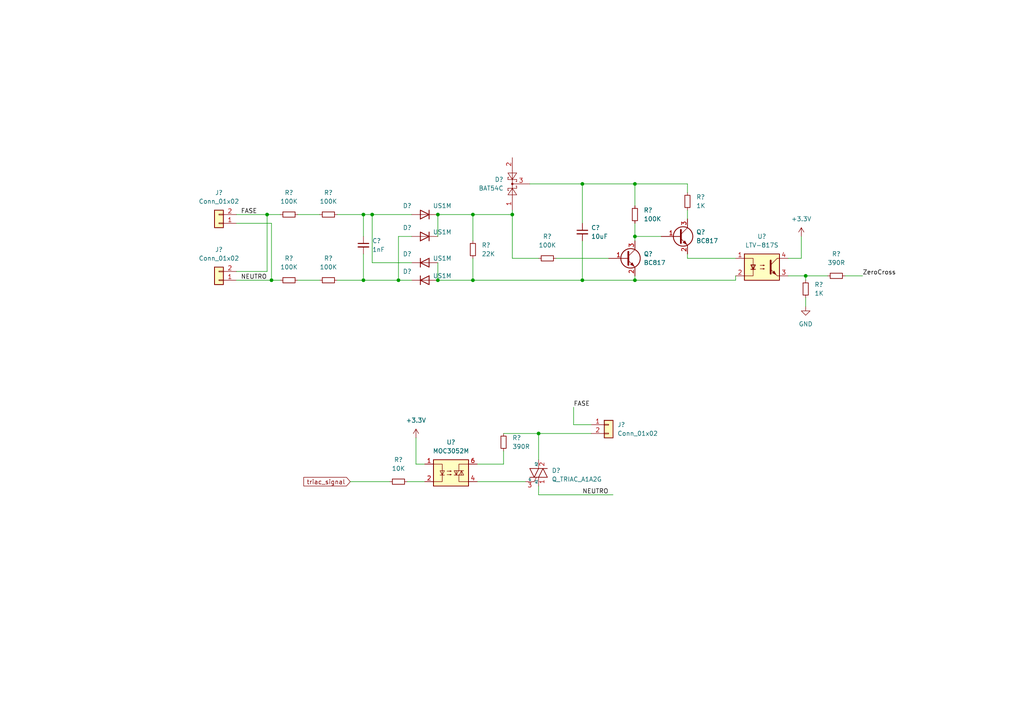
<source format=kicad_sch>
(kicad_sch (version 20211123) (generator eeschema)
  (paper "A4")
  (lib_symbols
    (symbol "Connector_Generic:Conn_01x02" (pin_names (offset 1.016) hide)
      (property "Reference" "J" (at 0 2.54 0))
      (property "Value" "Conn_01x02" (at 0 -5.08 0))
      (symbol "Conn_01x02_1_1"
        (rectangle (start -1.27 -2.413) (end 0 -2.667) (stroke (width 0.1524)))
        (rectangle (start -1.27 0.127) (end 0 -0.127) (stroke (width 0.1524)))
        (rectangle (start -1.27 1.27) (end 1.27 -3.81) (stroke (width 0.254)) (fill (type background)))
        (pin passive line (at -5.08 0 0) (length 3.81) (name "Pin_1") (number "1"))
        (pin passive line (at -5.08 -2.54 0) (length 3.81) (name "Pin_2") (number "2"))
      )
    )
    (symbol "Device:C_Small" (pin_numbers hide) (pin_names (offset 0.254) hide)
      (property "Reference" "C" (at 0.254 1.778 0))
      (property "Value" "C_Small" (at 0.254 -2.032 0))
      (symbol "C_Small_0_1"
        (polyline (pts (xy -1.524 -0.508) (xy 1.524 -0.508)) (stroke (width 0.3302)))
        (polyline (pts (xy -1.524 0.508) (xy 1.524 0.508)) (stroke (width 0.3048)))
      )
      (symbol "C_Small_1_1"
        (pin passive line (at 0 2.54 270) (length 2.032) (name "~") (number "1"))
        (pin passive line (at 0 -2.54 90) (length 2.032) (name "~") (number "2"))
      )
    )
    (symbol "Device:Q_TRIAC_A1A2G" (pin_names (offset 0))
      (property "Reference" "D" (at 3.175 0.635 0))
      (property "Value" "Q_TRIAC_A1A2G" (at 3.175 -1.27 0))
      (symbol "Q_TRIAC_A1A2G_0_1"
        (polyline (pts (xy -2.54 -1.27) (xy 2.54 -1.27)) (stroke (width 0.2032)))
        (polyline (pts (xy -2.54 1.27) (xy 2.54 1.27)) (stroke (width 0.2032)))
        (polyline (pts (xy -1.27 -2.54) (xy -0.635 -1.27)))
        (polyline (pts (xy -2.54 1.27) (xy -1.27 -1.27) (xy 0 1.27)) (stroke (width 0.2032)))
        (polyline (pts (xy 0 -1.27) (xy 1.27 1.27) (xy 2.54 -1.27)) (stroke (width 0.2032)))
      )
      (symbol "Q_TRIAC_A1A2G_1_1"
        (pin passive line (at 0 -3.81 90) (length 2.54) (name "A1") (number "1"))
        (pin passive line (at 0 3.81 270) (length 2.54) (name "A2") (number "2"))
        (pin input line (at -3.81 -2.54 0) (length 2.54) (name "G") (number "3"))
      )
    )
    (symbol "Device:R_Small" (pin_numbers hide) (pin_names (offset 0.254) hide)
      (property "Reference" "R" (at 0.762 0.508 0))
      (property "Value" "R_Small" (at 0.762 -1.016 0))
      (symbol "R_Small_0_1"
        (rectangle (start -0.762 1.778) (end 0.762 -1.778) (stroke (width 0.2032)))
      )
      (symbol "R_Small_1_1"
        (pin passive line (at 0 2.54 270) (length 0.762) (name "~") (number "1"))
        (pin passive line (at 0 -2.54 90) (length 0.762) (name "~") (number "2"))
      )
    )
    (symbol "Diode:BAT54C" (pin_names (offset 1.016))
      (property "Reference" "D" (at 0.635 -3.81 0))
      (property "Value" "BAT54C" (at -6.35 3.175 0))
      (symbol "BAT54C_0_1"
        (polyline (pts (xy -1.905 0) (xy 1.905 0)))
        (polyline (pts (xy -1.905 1.27) (xy -1.905 1.016)))
        (polyline (pts (xy -1.27 -1.27) (xy -0.635 -1.27)))
        (polyline (pts (xy -1.27 0) (xy -3.81 0)))
        (polyline (pts (xy -1.27 1.27) (xy -1.905 1.27)))
        (polyline (pts (xy -1.27 1.27) (xy -1.27 -1.27)))
        (polyline (pts (xy -0.635 -1.27) (xy -0.635 -1.016)))
        (polyline (pts (xy 0.635 -1.27) (xy 0.635 -1.016)))
        (polyline (pts (xy 1.27 -1.27) (xy 0.635 -1.27)))
        (polyline (pts (xy 1.27 1.27) (xy 1.27 -1.27)))
        (polyline (pts (xy 1.27 1.27) (xy 1.905 1.27)))
        (polyline (pts (xy 1.905 1.27) (xy 1.905 1.016)))
        (polyline (pts (xy 3.81 0) (xy 1.27 0)))
        (polyline (pts (xy -3.175 -1.27) (xy -3.175 1.27) (xy -1.27 0) (xy -3.175 -1.27)))
        (polyline (pts (xy 3.175 -1.27) (xy 3.175 1.27) (xy 1.27 0) (xy 3.175 -1.27)))
        (circle (center 0 0) (radius 0.254) (fill (type outline)))
      )
      (symbol "BAT54C_1_1"
        (pin passive line (at -7.62 0 0) (length 3.81) (name "~") (number "1"))
        (pin passive line (at 7.62 0 180) (length 3.81) (name "~") (number "2"))
        (pin passive line (at 0 -5.08 90) (length 5.08) (name "~") (number "3"))
      )
    )
    (symbol "Diode:US1M" (pin_numbers hide) (pin_names (offset 1.016) hide)
      (property "Reference" "D" (at 0 2.54 0))
      (property "Value" "US1M" (at 0 -2.54 0))
      (symbol "US1M_0_1"
        (polyline (pts (xy -1.27 1.27) (xy -1.27 -1.27)) (stroke (width 0.254)))
        (polyline (pts (xy 1.27 0) (xy -1.27 0)))
        (polyline (pts (xy 1.27 1.27) (xy 1.27 -1.27) (xy -1.27 0) (xy 1.27 1.27)) (stroke (width 0.254)))
      )
      (symbol "US1M_1_1"
        (pin passive line (at -3.81 0 0) (length 2.54) (name "K") (number "1"))
        (pin passive line (at 3.81 0 180) (length 2.54) (name "A") (number "2"))
      )
    )
    (symbol "Isolator:LTV-817S" (pin_names (offset 1.016))
      (property "Reference" "U" (at -3.81 5.08 0))
      (property "Value" "LTV-817S" (at 0 -5.08 0))
      (symbol "LTV-817S_1_1"
        (rectangle (start -5.08 3.81) (end 5.08 -3.81) (stroke (width 0.254)) (fill (type background)))
        (polyline (pts (xy -3.175 -0.635) (xy -1.905 -0.635)) (stroke (width 0.254)))
        (polyline (pts (xy 2.54 0.635) (xy 4.445 2.54)))
        (polyline (pts (xy 4.445 -2.54) (xy 2.54 -0.635)) (fill (type outline)))
        (polyline (pts (xy 4.445 -2.54) (xy 5.08 -2.54)))
        (polyline (pts (xy 4.445 2.54) (xy 5.08 2.54)))
        (polyline (pts (xy -5.08 2.54) (xy -2.54 2.54) (xy -2.54 -0.762)))
        (polyline (pts (xy -2.54 -0.635) (xy -2.54 -2.54) (xy -5.08 -2.54)))
        (polyline (pts (xy 2.54 1.905) (xy 2.54 -1.905) (xy 2.54 -1.905)) (stroke (width 0.508)))
        (polyline (pts (xy -2.54 -0.635) (xy -3.175 0.635) (xy -1.905 0.635) (xy -2.54 -0.635)) (stroke (width 0.254)))
        (polyline (pts (xy -0.508 -0.508) (xy 0.762 -0.508) (xy 0.381 -0.635) (xy 0.381 -0.381) (xy 0.762 -0.508)))
        (polyline (pts (xy -0.508 0.508) (xy 0.762 0.508) (xy 0.381 0.381) (xy 0.381 0.635) (xy 0.762 0.508)))
        (polyline (pts (xy 3.048 -1.651) (xy 3.556 -1.143) (xy 4.064 -2.159) (xy 3.048 -1.651) (xy 3.048 -1.651)) (fill (type outline)))
        (pin passive line (at -7.62 2.54 0) (length 2.54) (name "~") (number "1"))
        (pin passive line (at -7.62 -2.54 0) (length 2.54) (name "~") (number "2"))
        (pin passive line (at 7.62 -2.54 180) (length 2.54) (name "~") (number "3"))
        (pin passive line (at 7.62 2.54 180) (length 2.54) (name "~") (number "4"))
      )
    )
    (symbol "Relay_SolidState:MOC3052M"
      (property "Reference" "U" (at -5.334 4.826 0))
      (property "Value" "MOC3052M" (at 0 5.08 0))
      (symbol "MOC3052M_0_1"
        (rectangle (start -5.08 3.81) (end 5.08 -3.81) (stroke (width 0.254)) (fill (type background)))
        (polyline (pts (xy -3.175 -0.635) (xy -1.905 -0.635)))
        (polyline (pts (xy 1.524 -0.635) (xy 1.524 0.635)))
        (polyline (pts (xy 3.048 0.635) (xy 3.048 -0.635)))
        (polyline (pts (xy 2.286 -0.635) (xy 2.286 -2.54) (xy 5.08 -2.54)))
        (polyline (pts (xy 2.286 0.635) (xy 2.286 2.54) (xy 5.08 2.54)))
        (polyline (pts (xy -5.08 2.54) (xy -2.54 2.54) (xy -2.54 -2.54) (xy -5.08 -2.54)))
        (polyline (pts (xy -2.54 -0.635) (xy -3.175 0.635) (xy -1.905 0.635) (xy -2.54 -0.635)))
        (polyline (pts (xy 0.889 -0.635) (xy 3.683 -0.635) (xy 3.048 0.635) (xy 2.413 -0.635)))
        (polyline (pts (xy 3.683 0.635) (xy 0.889 0.635) (xy 1.524 -0.635) (xy 2.159 0.635)))
        (polyline (pts (xy -1.143 -0.508) (xy 0.127 -0.508) (xy -0.254 -0.635) (xy -0.254 -0.381) (xy 0.127 -0.508)))
        (polyline (pts (xy -1.143 0.508) (xy 0.127 0.508) (xy -0.254 0.381) (xy -0.254 0.635) (xy 0.127 0.508)))
      )
      (symbol "MOC3052M_1_1"
        (pin passive line (at -7.62 2.54 0) (length 2.54) (name "~") (number "1"))
        (pin passive line (at -7.62 -2.54 0) (length 2.54) (name "~") (number "2"))
        (pin no_connect line (at -5.08 0 0) (length 2.54) hide (name "NC") (number "3"))
        (pin passive line (at 7.62 -2.54 180) (length 2.54) (name "~") (number "4"))
        (pin no_connect line (at 5.08 0 180) (length 2.54) hide (name "NC") (number "5"))
        (pin passive line (at 7.62 2.54 180) (length 2.54) (name "~") (number "6"))
      )
    )
    (symbol "Transistor_BJT:BC817" (pin_names (offset 0) hide)
      (property "Reference" "Q" (at 5.08 1.905 0))
      (property "Value" "BC817" (at 5.08 0 0))
      (symbol "BC817_0_1"
        (polyline (pts (xy 0.635 0.635) (xy 2.54 2.54)))
        (polyline (pts (xy 0.635 -0.635) (xy 2.54 -2.54) (xy 2.54 -2.54)))
        (polyline (pts (xy 0.635 1.905) (xy 0.635 -1.905) (xy 0.635 -1.905)) (stroke (width 0.508)))
        (polyline (pts (xy 1.27 -1.778) (xy 1.778 -1.27) (xy 2.286 -2.286) (xy 1.27 -1.778) (xy 1.27 -1.778)) (fill (type outline)))
        (circle (center 1.27 0) (radius 2.8194) (stroke (width 0.254)))
      )
      (symbol "BC817_1_1"
        (pin input line (at -5.08 0 0) (length 5.715) (name "B") (number "1"))
        (pin passive line (at 2.54 -5.08 90) (length 2.54) (name "E") (number "2"))
        (pin passive line (at 2.54 5.08 270) (length 2.54) (name "C") (number "3"))
      )
    )
    (symbol "power:+3.3V" (power) (pin_names (offset 0))
      (property "Value" "+3.3V" (at 0 3.556 0))
      (symbol "+3.3V_0_1"
        (polyline (pts (xy -0.762 1.27) (xy 0 2.54)))
        (polyline (pts (xy 0 0) (xy 0 2.54)))
        (polyline (pts (xy 0 2.54) (xy 0.762 1.27)))
      )
      (symbol "+3.3V_1_1"
        (pin power_in line (at 0 0 90) (length 0) hide (name "+3.3V") (number "1"))
      )
    )
    (symbol "power:GND" (power) (pin_names (offset 0))
      (property "Value" "GND" (at 0 -3.81 0))
      (symbol "GND_0_1"
        (polyline (pts (xy 0 0) (xy 0 -1.27) (xy 1.27 -1.27) (xy 0 -2.54) (xy -1.27 -1.27) (xy 0 -1.27)))
      )
      (symbol "GND_1_1"
        (pin power_in line (at 0 0 270) (length 0) hide (name "GND") (number "1"))
      )
    )
  )
  (junction (at 233.68 80.01))
  (junction (at 78.74 81.28))
  (junction (at 184.15 53.34))
  (junction (at 184.15 81.28))
  (junction (at 168.91 53.34))
  (junction (at 105.41 62.23))
  (junction (at 127 81.28))
  (junction (at 115.57 81.28))
  (junction (at 168.91 81.28))
  (junction (at 137.16 62.23))
  (junction (at 184.15 68.58))
  (junction (at 127 62.23))
  (junction (at 105.41 81.28))
  (junction (at 137.16 81.28))
  (junction (at 77.47 62.23))
  (junction (at 156.21 125.73))
  (junction (at 107.95 62.23))
  (junction (at 148.59 62.23))
  (wire (pts (xy 137.16 69.85) (xy 137.16 62.23)))
  (wire (pts (xy 233.68 80.01) (xy 240.03 80.01)))
  (wire (pts (xy 101.6 139.7) (xy 113.03 139.7)))
  (wire (pts (xy 148.59 74.93) (xy 148.59 62.23)))
  (wire (pts (xy 184.15 64.77) (xy 184.15 68.58)))
  (wire (pts (xy 127 81.28) (xy 137.16 81.28)))
  (wire (pts (xy 161.29 74.93) (xy 176.53 74.93)))
  (wire (pts (xy 119.38 76.2) (xy 107.95 76.2)))
  (wire (pts (xy 156.21 125.73) (xy 171.45 125.73)))
  (wire (pts (xy 68.58 64.77) (xy 78.74 64.77)))
  (wire (pts (xy 148.59 62.23) (xy 148.59 60.96)))
  (wire (pts (xy 86.36 81.28) (xy 92.71 81.28)))
  (wire (pts (xy 105.41 73.66) (xy 105.41 81.28)))
  (wire (pts (xy 68.58 81.28) (xy 78.74 81.28)))
  (wire (pts (xy 168.91 53.34) (xy 184.15 53.34)))
  (wire (pts (xy 146.05 134.62) (xy 138.43 134.62)))
  (wire (pts (xy 156.21 74.93) (xy 148.59 74.93)))
  (wire (pts (xy 146.05 130.81) (xy 146.05 134.62)))
  (wire (pts (xy 137.16 81.28) (xy 168.91 81.28)))
  (wire (pts (xy 184.15 68.58) (xy 191.77 68.58)))
  (wire (pts (xy 97.79 81.28) (xy 105.41 81.28)))
  (wire (pts (xy 184.15 53.34) (xy 199.39 53.34)))
  (wire (pts (xy 107.95 76.2) (xy 107.95 62.23)))
  (wire (pts (xy 97.79 62.23) (xy 105.41 62.23)))
  (wire (pts (xy 168.91 53.34) (xy 168.91 64.77)))
  (wire (pts (xy 184.15 81.28) (xy 213.36 81.28)))
  (wire (pts (xy 137.16 62.23) (xy 127 62.23)))
  (wire (pts (xy 137.16 81.28) (xy 137.16 74.93)))
  (wire (pts (xy 153.67 53.34) (xy 168.91 53.34)))
  (wire (pts (xy 199.39 55.88) (xy 199.39 53.34)))
  (wire (pts (xy 68.58 62.23) (xy 77.47 62.23)))
  (wire (pts (xy 123.19 134.62) (xy 120.65 134.62)))
  (wire (pts (xy 168.91 69.85) (xy 168.91 81.28)))
  (wire (pts (xy 127 62.23) (xy 127 68.58)))
  (wire (pts (xy 233.68 86.36) (xy 233.68 88.9)))
  (wire (pts (xy 115.57 81.28) (xy 119.38 81.28)))
  (wire (pts (xy 166.37 123.19) (xy 166.37 118.11)))
  (wire (pts (xy 245.11 80.01) (xy 250.19 80.01)))
  (wire (pts (xy 228.6 80.01) (xy 233.68 80.01)))
  (wire (pts (xy 156.21 143.51) (xy 177.8 143.51)))
  (wire (pts (xy 86.36 62.23) (xy 92.71 62.23)))
  (wire (pts (xy 156.21 133.35) (xy 156.21 125.73)))
  (wire (pts (xy 232.41 74.93) (xy 228.6 74.93)))
  (wire (pts (xy 105.41 62.23) (xy 105.41 68.58)))
  (wire (pts (xy 184.15 81.28) (xy 184.15 80.01)))
  (wire (pts (xy 77.47 78.74) (xy 77.47 62.23)))
  (wire (pts (xy 78.74 64.77) (xy 78.74 81.28)))
  (wire (pts (xy 118.11 139.7) (xy 123.19 139.7)))
  (wire (pts (xy 105.41 62.23) (xy 107.95 62.23)))
  (wire (pts (xy 78.74 81.28) (xy 81.28 81.28)))
  (wire (pts (xy 168.91 81.28) (xy 184.15 81.28)))
  (wire (pts (xy 107.95 62.23) (xy 119.38 62.23)))
  (wire (pts (xy 184.15 68.58) (xy 184.15 69.85)))
  (wire (pts (xy 156.21 125.73) (xy 146.05 125.73)))
  (wire (pts (xy 233.68 80.01) (xy 233.68 81.28)))
  (wire (pts (xy 115.57 68.58) (xy 115.57 81.28)))
  (wire (pts (xy 199.39 74.93) (xy 213.36 74.93)))
  (wire (pts (xy 232.41 68.58) (xy 232.41 74.93)))
  (wire (pts (xy 77.47 62.23) (xy 81.28 62.23)))
  (wire (pts (xy 119.38 68.58) (xy 115.57 68.58)))
  (wire (pts (xy 137.16 62.23) (xy 148.59 62.23)))
  (wire (pts (xy 127 76.2) (xy 127 81.28)))
  (wire (pts (xy 213.36 80.01) (xy 213.36 81.28)))
  (wire (pts (xy 105.41 81.28) (xy 115.57 81.28)))
  (wire (pts (xy 138.43 139.7) (xy 152.4 139.7)))
  (wire (pts (xy 120.65 134.62) (xy 120.65 127)))
  (wire (pts (xy 199.39 73.66) (xy 199.39 74.93)))
  (wire (pts (xy 184.15 53.34) (xy 184.15 59.69)))
  (wire (pts (xy 68.58 78.74) (xy 77.47 78.74)))
  (wire (pts (xy 156.21 140.97) (xy 156.21 143.51)))
  (wire (pts (xy 199.39 60.96) (xy 199.39 63.5)))
  (wire (pts (xy 171.45 123.19) (xy 166.37 123.19)))
  (label "ZeroCross" (at 250.19 80.01 0))
  (label "NEUTRO" (at 168.91 143.51 0))
  (label "FASE" (at 166.37 118.11 0))
  (label "NEUTRO" (at 69.85 81.28 0))
  (label "FASE" (at 69.85 62.23 0))
  (global_label "triac_signal" (shape input) (at 101.6 139.7 180) (property "Intersheet References" "${INTERSHEET_REFS}" (effects hide)))
  (symbol (lib_id "Transistor_BJT:BC817") (at 181.61 74.93 0) (unit 1)
    (property "Reference" "Q?" (at 186.69 73.6599 0) (effects (justify left)))
    (property "Value" "BC817" (at 186.69 76.1999 0) (effects (justify left)))
    (property "Footprint" "Package_TO_SOT_SMD:SOT-23" (effects hide))
    (property "Datasheet" "https://www.onsemi.com/pub/Collateral/BC818-D.pdf" (effects hide))
  )
  (symbol (lib_id "Device:R_Small") (at 184.15 62.23 0) (unit 1)
    (property "Reference" "R?" (at 186.69 60.9599 0) (effects (justify left)))
    (property "Value" "100K" (at 186.69 63.4999 0) (effects (justify left)))
    (property "Footprint" "Resistor_SMD:R_0805_2012Metric_Pad1.20x1.40mm_HandSolder" (effects hide))
  )
  (symbol (lib_id "power:+3.3V") (at 232.41 68.58 0) (unit 1)
    (property "Reference" "#PWR?" (effects hide))
    (property "Value" "+3.3V" (at 232.41 63.5 0))
  )
  (symbol (lib_id "power:+3.3V") (at 120.65 127 0) (unit 1)
    (property "Reference" "#PWR?" (effects hide))
    (property "Value" "+3.3V" (at 120.65 121.92 0))
  )
  (symbol (lib_id "Device:Q_TRIAC_A1A2G") (at 156.21 137.16 0) (unit 1)
    (property "Reference" "D?" (at 160.02 136.4741 0) (effects (justify left)))
    (property "Value" "Q_TRIAC_A1A2G" (at 160.02 139.0141 0) (effects (justify left)))
  )
  (symbol (lib_id "Connector_Generic:Conn_01x02") (at 63.5 81.28 180) (unit 1)
    (property "Reference" "J?" (at 63.5 72.39 0))
    (property "Value" "Conn_01x02" (at 63.5 74.93 0))
  )
  (symbol (lib_id "Isolator:LTV-817S") (at 220.98 77.47 0) (unit 1)
    (property "Reference" "U?" (at 220.98 68.58 0))
    (property "Value" "LTV-817S" (at 220.98 71.12 0))
    (property "Footprint" "Package_DIP:SMDIP-4_W9.53mm" (effects hide))
    (property "Datasheet" "http://www.us.liteon.com/downloads/LTV-817-827-847.PDF" (effects hide))
  )
  (symbol (lib_id "power:GND") (at 233.68 88.9 0) (unit 1)
    (property "Reference" "#PWR?" (effects hide))
    (property "Value" "GND" (at 233.68 93.98 0))
  )
  (symbol (lib_id "Connector_Generic:Conn_01x02") (at 176.53 123.19 0) (unit 1)
    (property "Reference" "J?" (at 179.07 123.1899 0) (effects (justify left)))
    (property "Value" "Conn_01x02" (at 179.07 125.7299 0) (effects (justify left)))
  )
  (symbol (lib_id "Device:R_Small") (at 83.82 81.28 90) (unit 1)
    (property "Reference" "R?" (at 83.82 74.93 90))
    (property "Value" "100K" (at 83.82 77.47 90))
    (property "Footprint" "Resistor_SMD:R_1206_3216Metric_Pad1.30x1.75mm_HandSolder" (effects hide))
  )
  (symbol (lib_id "Connector_Generic:Conn_01x02") (at 63.5 64.77 180) (unit 1)
    (property "Reference" "J?" (at 63.5 55.88 0))
    (property "Value" "Conn_01x02" (at 63.5 58.42 0))
  )
  (symbol (lib_id "Device:R_Small") (at 95.25 62.23 90) (unit 1)
    (property "Reference" "R?" (at 95.25 55.88 90))
    (property "Value" "100K" (at 95.25 58.42 90))
  )
  (symbol (lib_id "Device:R_Small") (at 233.68 83.82 0) (unit 1)
    (property "Reference" "R?" (at 236.22 82.5499 0) (effects (justify left)))
    (property "Value" "1K" (at 236.22 85.0899 0) (effects (justify left)))
    (property "Footprint" "Resistor_SMD:R_0805_2012Metric_Pad1.20x1.40mm_HandSolder" (effects hide))
  )
  (symbol (lib_id "Device:C_Small") (at 168.91 67.31 0) (unit 1)
    (property "Reference" "C?" (at 171.45 66.0462 0) (effects (justify left)))
    (property "Value" "10uF" (at 171.45 68.5862 0) (effects (justify left)))
  )
  (symbol (lib_id "Diode:US1M") (at 123.19 81.28 0) (unit 1)
    (property "Reference" "D?" (at 118.11 78.74 0))
    (property "Value" "US1M" (at 128.27 80.01 0))
    (property "Footprint" "Diode_SMD:D_SMA" (effects hide))
    (property "Datasheet" "https://www.diodes.com/assets/Datasheets/ds16008.pdf" (effects hide))
  )
  (symbol (lib_id "Device:C_Small") (at 105.41 71.12 0) (unit 1)
    (property "Reference" "C?" (at 107.95 69.8562 0) (effects (justify left)))
    (property "Value" "1nF" (at 107.95 72.3962 0) (effects (justify left)))
  )
  (symbol (lib_id "Device:R_Small") (at 137.16 72.39 180) (unit 1)
    (property "Reference" "R?" (at 139.7 71.1199 0) (effects (justify right)))
    (property "Value" "22K" (at 139.7 73.6599 0) (effects (justify right)))
    (property "Footprint" "Resistor_SMD:R_0805_2012Metric_Pad1.20x1.40mm_HandSolder" (effects hide))
  )
  (symbol (lib_id "Diode:US1M") (at 123.19 68.58 180) (unit 1)
    (property "Reference" "D?" (at 118.11 66.04 0))
    (property "Value" "US1M" (at 128.27 67.31 0))
    (property "Footprint" "Diode_SMD:D_SMA" (effects hide))
    (property "Datasheet" "https://www.diodes.com/assets/Datasheets/ds16008.pdf" (effects hide))
  )
  (symbol (lib_id "Device:R_Small") (at 199.39 58.42 0) (unit 1)
    (property "Reference" "R?" (at 201.93 57.1499 0) (effects (justify left)))
    (property "Value" "1K" (at 201.93 59.6899 0) (effects (justify left)))
    (property "Footprint" "Resistor_SMD:R_0805_2012Metric_Pad1.20x1.40mm_HandSolder" (effects hide))
  )
  (symbol (lib_id "Diode:US1M") (at 123.19 62.23 180) (unit 1)
    (property "Reference" "D?" (at 118.11 59.69 0))
    (property "Value" "US1M" (at 128.27 59.69 0))
    (property "Footprint" "Diode_SMD:D_SMA" (effects hide))
    (property "Datasheet" "https://www.diodes.com/assets/Datasheets/ds16008.pdf" (effects hide))
  )
  (symbol (lib_id "Relay_SolidState:MOC3052M") (at 130.81 137.16 0) (unit 1)
    (property "Reference" "U?" (at 130.81 128.27 0))
    (property "Value" "MOC3052M" (at 130.81 130.81 0))
    (property "Datasheet" "https://www.onsemi.com/pub/Collateral/MOC3052M-D.PDF" (effects hide))
  )
  (symbol (lib_id "Transistor_BJT:BC817") (at 196.85 68.58 0) (unit 1)
    (property "Reference" "Q?" (at 201.93 67.3099 0) (effects (justify left)))
    (property "Value" "BC817" (at 201.93 69.8499 0) (effects (justify left)))
    (property "Footprint" "Package_TO_SOT_SMD:SOT-23" (effects hide))
    (property "Datasheet" "https://www.onsemi.com/pub/Collateral/BC818-D.pdf" (effects hide))
  )
  (symbol (lib_id "Device:R_Small") (at 242.57 80.01 90) (unit 1)
    (property "Reference" "R?" (at 242.57 73.66 90))
    (property "Value" "390R" (at 242.57 76.2 90))
    (property "Footprint" "Resistor_SMD:R_0805_2012Metric_Pad1.20x1.40mm_HandSolder" (effects hide))
  )
  (symbol (lib_id "Device:R_Small") (at 95.25 81.28 90) (unit 1)
    (property "Reference" "R?" (at 95.25 74.93 90))
    (property "Value" "100K" (at 95.25 77.47 90))
    (property "Footprint" "Resistor_SMD:R_1206_3216Metric_Pad1.30x1.75mm_HandSolder" (effects hide))
  )
  (symbol (lib_id "Diode:BAT54C") (at 148.59 53.34 90) (unit 1)
    (property "Reference" "D?" (at 146.05 52.0699 90) (effects (justify left)))
    (property "Value" "BAT54C" (at 146.05 54.6099 90) (effects (justify left)))
    (property "Footprint" "Package_TO_SOT_SMD:SOT-23" (effects hide))
    (property "Datasheet" "http://www.diodes.com/_files/datasheets/ds11005.pdf" (effects hide))
  )
  (symbol (lib_id "Diode:US1M") (at 123.19 76.2 0) (unit 1)
    (property "Reference" "D?" (at 118.11 73.66 0))
    (property "Value" "US1M" (at 128.27 74.93 0))
    (property "Footprint" "Diode_SMD:D_SMA" (effects hide))
    (property "Datasheet" "https://www.diodes.com/assets/Datasheets/ds16008.pdf" (effects hide))
  )
  (symbol (lib_id "Device:R_Small") (at 146.05 128.27 180) (unit 1)
    (property "Reference" "R?" (at 148.59 126.9999 0) (effects (justify right)))
    (property "Value" "390R" (at 148.59 129.5399 0) (effects (justify right)))
    (property "Footprint" "Resistor_SMD:R_0805_2012Metric_Pad1.20x1.40mm_HandSolder" (effects hide))
  )
  (symbol (lib_id "Device:R_Small") (at 115.57 139.7 270) (unit 1)
    (property "Reference" "R?" (at 115.57 133.35 90))
    (property "Value" "10K" (at 115.57 135.89 90))
    (property "Footprint" "Resistor_SMD:R_0805_2012Metric_Pad1.20x1.40mm_HandSolder" (effects hide))
  )
  (symbol (lib_id "Device:R_Small") (at 83.82 62.23 90) (unit 1)
    (property "Reference" "R?" (at 83.82 55.88 90))
    (property "Value" "100K" (at 83.82 58.42 90))
    (property "Footprint" "Resistor_SMD:R_1206_3216Metric_Pad1.30x1.75mm_HandSolder" (effects hide))
  )
  (symbol (lib_id "Device:R_Small") (at 158.75 74.93 270) (unit 1)
    (property "Reference" "R?" (at 158.75 68.58 90))
    (property "Value" "100K" (at 158.75 71.12 90))
    (property "Footprint" "Resistor_SMD:R_0805_2012Metric_Pad1.20x1.40mm_HandSolder" (effects hide))
  )
)
</source>
